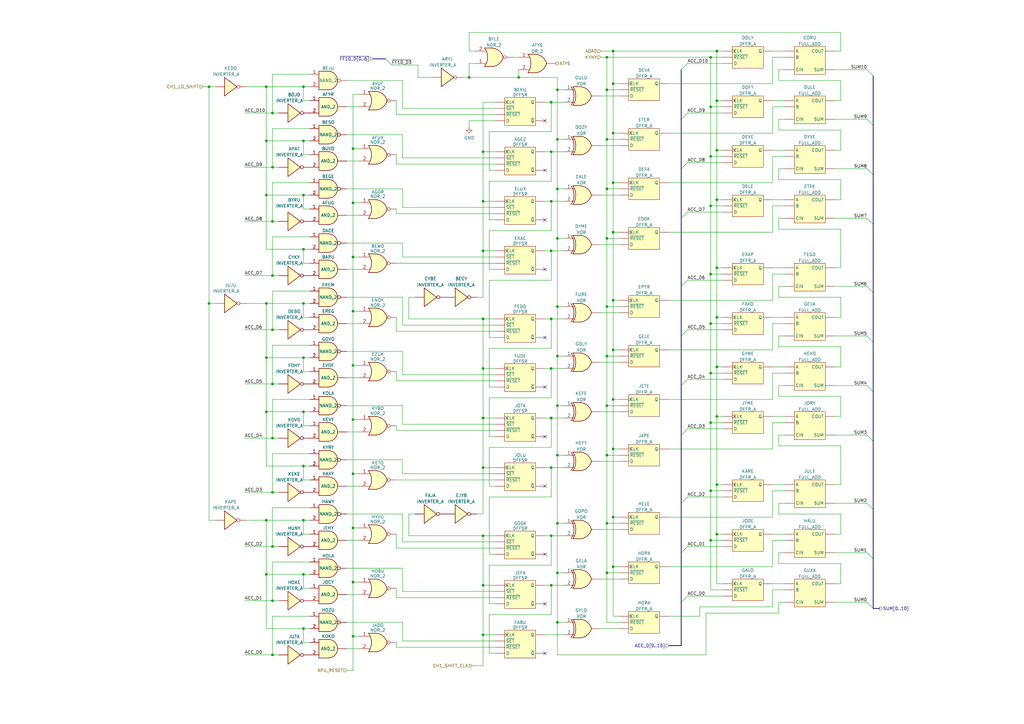
<source format=kicad_sch>
(kicad_sch (version 20211123) (generator eeschema)
  (paper "A3")
  (title_block (title "DMG CPU B") (date "2022-05-02") (rev "0") (company "CC-BY-SA-4.0 Régis Galland & Michael Singer -- Derived work from Furrtek") (comment 1 "https://github.com/msinger/dmg-schematics"))
  (junction (at 228.6 57.15))
  (junction (at 294.005 198.755))
  (junction (at 198.12 62.23))
  (junction (at 291.465 153.035))
  (junction (at 248.92 97.79))
  (junction (at 226.06 219.71))
  (junction (at 198.12 219.71))
  (junction (at 144.78 260.985))
  (junction (at 251.46 232.41))
  (junction (at 291.465 132.715))
  (junction (at 124.46 35.56))
  (junction (at 251.46 74.93))
  (junction (at 294.005 170.815))
  (junction (at 198.12 191.77))
  (junction (at 226.06 240.03))
  (junction (at 228.6 186.69))
  (junction (at 251.46 20.955))
  (junction (at 228.6 77.47))
  (junction (at 144.78 60.96))
  (junction (at 109.22 124.46))
  (junction (at 144.78 127.635))
  (junction (at 144.78 172.085))
  (junction (at 248.92 77.47))
  (junction (at 124.46 146.685))
  (junction (at 124.46 257.81))
  (junction (at 111.76 268.605))
  (junction (at 144.78 83.185))
  (junction (at 124.46 235.585))
  (junction (at 226.06 41.91))
  (junction (at 111.76 90.805))
  (junction (at 248.92 186.69))
  (junction (at 291.465 64.135))
  (junction (at 291.465 221.615))
  (junction (at 192.405 31.75))
  (junction (at 248.92 214.63))
  (junction (at 111.76 157.48))
  (junction (at 198.12 171.45))
  (junction (at 109.22 35.56))
  (junction (at 226.06 171.45))
  (junction (at 124.46 80.01))
  (junction (at 248.92 166.37))
  (junction (at 85.725 35.56))
  (junction (at 248.92 23.495))
  (junction (at 198.12 260.35))
  (junction (at 228.6 214.63))
  (junction (at 124.46 124.46))
  (junction (at 294.005 81.915))
  (junction (at 198.12 151.13))
  (junction (at 294.005 61.595))
  (junction (at 294.005 20.955))
  (junction (at 109.22 235.585))
  (junction (at 248.92 36.83))
  (junction (at 111.76 179.705))
  (junction (at 144.78 216.535))
  (junction (at 291.465 173.355))
  (junction (at 124.46 168.91))
  (junction (at 294.005 130.175))
  (junction (at 251.46 123.19))
  (junction (at 228.6 36.83))
  (junction (at 111.76 113.03))
  (junction (at 251.46 54.61))
  (junction (at 251.46 34.29))
  (junction (at 251.46 163.83))
  (junction (at 291.465 112.395))
  (junction (at 198.12 102.87))
  (junction (at 124.46 191.135))
  (junction (at 226.06 191.77))
  (junction (at 109.22 146.685))
  (junction (at 198.12 240.03))
  (junction (at 212.725 31.75))
  (junction (at 228.6 125.73))
  (junction (at 251.46 212.09))
  (junction (at 251.46 143.51))
  (junction (at 144.78 149.86))
  (junction (at 198.12 82.55))
  (junction (at 291.465 43.815))
  (junction (at 124.46 213.36))
  (junction (at 228.6 97.79))
  (junction (at 109.22 57.785))
  (junction (at 248.92 146.05))
  (junction (at 109.22 213.36))
  (junction (at 111.76 246.38))
  (junction (at 228.6 234.95))
  (junction (at 294.005 219.075))
  (junction (at 228.6 166.37))
  (junction (at 228.6 255.27))
  (junction (at 111.76 68.58))
  (junction (at 251.46 184.15))
  (junction (at 109.22 80.01))
  (junction (at 251.46 95.25))
  (junction (at 248.92 125.73))
  (junction (at 291.465 201.295))
  (junction (at 124.46 102.235))
  (junction (at 111.76 135.255))
  (junction (at 294.005 41.275))
  (junction (at 294.005 109.855))
  (junction (at 144.78 238.76))
  (junction (at 226.06 151.13))
  (junction (at 248.92 57.15))
  (junction (at 111.76 224.155))
  (junction (at 111.76 46.355))
  (junction (at 198.12 130.81))
  (junction (at 291.465 84.455))
  (junction (at 144.78 105.41))
  (junction (at 226.06 102.87))
  (junction (at 226.06 130.81))
  (junction (at 291.465 23.495))
  (junction (at 85.725 124.46))
  (junction (at 144.78 194.31))
  (junction (at 124.46 57.785))
  (junction (at 294.005 150.495))
  (junction (at 111.76 201.93))
  (junction (at 248.92 234.95))
  (junction (at 228.6 146.05))
  (junction (at 226.06 82.55))
  (junction (at 109.22 168.91))
  (junction (at 226.06 62.23))
  (no_connect (at 223.52 49.53))
  (no_connect (at 223.52 227.33))
  (no_connect (at 223.52 199.39))
  (no_connect (at 223.52 90.17))
  (no_connect (at 223.52 69.85))
  (no_connect (at 223.52 179.07))
  (no_connect (at 223.52 158.75))
  (no_connect (at 223.52 110.49))
  (no_connect (at 223.52 138.43))
  (no_connect (at 223.52 247.65))
  (no_connect (at 223.52 267.97))
  (bus_entry (at 281.94 244.475) (size -2.54 2.54))
  (bus_entry (at 355.6 69.215) (size 2.54 2.54))
  (bus_entry (at 355.6 137.795) (size 2.54 2.54))
  (bus_entry (at 355.6 28.575) (size 2.54 2.54))
  (bus_entry (at 355.6 48.895) (size 2.54 2.54))
  (bus_entry (at 158.115 24.13) (size 2.54 2.54))
  (bus_entry (at 355.6 247.015) (size 2.54 2.54))
  (bus_entry (at 281.94 203.835) (size -2.54 2.54))
  (bus_entry (at 281.94 86.995) (size -2.54 2.54))
  (bus_entry (at 281.94 155.575) (size -2.54 2.54))
  (bus_entry (at 355.6 117.475) (size 2.54 2.54))
  (bus_entry (at 355.6 158.115) (size 2.54 2.54))
  (bus_entry (at 281.94 224.155) (size -2.54 2.54))
  (bus_entry (at 355.6 178.435) (size 2.54 2.54))
  (bus_entry (at 281.94 175.895) (size -2.54 2.54))
  (bus_entry (at 355.6 226.695) (size 2.54 2.54))
  (bus_entry (at 281.94 66.675) (size -2.54 2.54))
  (bus_entry (at 281.94 46.355) (size -2.54 2.54))
  (bus_entry (at 281.94 26.035) (size -2.54 2.54))
  (bus_entry (at 355.6 206.375) (size 2.54 2.54))
  (bus_entry (at 355.6 89.535) (size 2.54 2.54))
  (bus_entry (at 281.94 114.935) (size -2.54 2.54))
  (bus_entry (at 281.94 135.255) (size -2.54 2.54))
  (wire (pts (xy 109.22 257.81) (xy 109.22 235.585)))
  (wire (pts (xy 291.465 112.395) (xy 291.465 132.715)))
  (wire (pts (xy 281.94 86.995) (xy 296.545 86.995)))
  (wire (pts (xy 212.725 31.75) (xy 228.6 31.75)))
  (wire (pts (xy 316.865 132.715) (xy 321.945 132.715)))
  (wire (pts (xy 321.945 206.375) (xy 319.405 206.375)))
  (wire (pts (xy 248.92 77.47) (xy 248.92 97.79)))
  (wire (pts (xy 228.6 234.95) (xy 228.6 255.27)))
  (wire (pts (xy 192.405 49.53) (xy 203.2 49.53)))
  (wire (pts (xy 226.06 142.875) (xy 200.66 142.875)))
  (wire (pts (xy 228.6 36.83) (xy 228.6 31.75)))
  (wire (pts (xy 228.6 97.79) (xy 228.6 125.73)))
  (wire (pts (xy 226.06 171.45) (xy 226.06 183.515)))
  (wire (pts (xy 142.24 55.245) (xy 165.1 55.245)))
  (wire (pts (xy 223.52 41.91) (xy 226.06 41.91)))
  (wire (pts (xy 251.46 143.51) (xy 251.46 163.83)))
  (wire (pts (xy 342.265 48.895) (xy 355.6 48.895)))
  (wire (pts (xy 291.465 23.495) (xy 248.92 23.495)))
  (wire (pts (xy 127 263.525) (xy 124.46 263.525)))
  (wire (pts (xy 248.92 214.63) (xy 248.92 234.95)))
  (wire (pts (xy 226.06 191.77) (xy 231.14 191.77)))
  (wire (pts (xy 144.78 172.085) (xy 147.32 172.085)))
  (bus (pts (xy 279.4 48.895) (xy 279.4 69.215)))
  (wire (pts (xy 114.3 157.48) (xy 111.76 157.48)))
  (wire (pts (xy 246.38 100.33) (xy 254 100.33)))
  (wire (pts (xy 109.22 80.01) (xy 109.22 102.235)))
  (wire (pts (xy 198.12 102.87) (xy 203.2 102.87)))
  (wire (pts (xy 100.33 113.03) (xy 111.76 113.03)))
  (wire (pts (xy 203.2 194.31) (xy 165.1 194.31)))
  (bus (pts (xy 279.4 89.535) (xy 279.4 117.475)))
  (wire (pts (xy 109.22 191.135) (xy 124.46 191.135)))
  (wire (pts (xy 319.405 33.02) (xy 319.405 28.575)))
  (wire (pts (xy 124.46 152.4) (xy 124.46 146.685)))
  (wire (pts (xy 228.6 166.37) (xy 228.6 186.69)))
  (wire (pts (xy 192.405 49.53) (xy 192.405 52.07)))
  (wire (pts (xy 248.92 57.15) (xy 248.92 77.47)))
  (wire (pts (xy 100.33 90.805) (xy 111.76 90.805)))
  (wire (pts (xy 251.46 184.15) (xy 251.46 212.09)))
  (wire (pts (xy 127 130.175) (xy 124.46 130.175)))
  (wire (pts (xy 144.78 194.31) (xy 147.32 194.31)))
  (wire (pts (xy 226.06 191.77) (xy 226.06 203.835)))
  (wire (pts (xy 294.005 219.075) (xy 294.005 239.395)))
  (wire (pts (xy 127 119.38) (xy 111.76 119.38)))
  (bus (pts (xy 358.14 71.755) (xy 358.14 92.075)))
  (wire (pts (xy 319.405 247.015) (xy 319.405 251.46)))
  (wire (pts (xy 231.14 77.47) (xy 228.6 77.47)))
  (wire (pts (xy 319.405 48.895) (xy 319.405 53.34)))
  (wire (pts (xy 319.405 73.66) (xy 344.805 73.66)))
  (wire (pts (xy 165.1 144.145) (xy 165.1 153.67)))
  (wire (pts (xy 162.56 263.525) (xy 162.56 265.43)))
  (wire (pts (xy 254 123.19) (xy 251.46 123.19)))
  (wire (pts (xy 294.005 130.175) (xy 296.545 130.175)))
  (wire (pts (xy 316.865 109.855) (xy 321.945 109.855)))
  (wire (pts (xy 167.64 121.92) (xy 170.18 121.92)))
  (wire (pts (xy 144.78 238.76) (xy 147.32 238.76)))
  (wire (pts (xy 198.12 41.91) (xy 203.2 41.91)))
  (wire (pts (xy 226.06 130.81) (xy 231.14 130.81)))
  (wire (pts (xy 162.56 245.11) (xy 203.2 245.11)))
  (wire (pts (xy 203.2 173.99) (xy 165.1 173.99)))
  (wire (pts (xy 316.865 143.51) (xy 316.865 132.715)))
  (wire (pts (xy 142.24 233.045) (xy 165.1 233.045)))
  (wire (pts (xy 316.865 173.355) (xy 321.945 173.355)))
  (wire (pts (xy 198.12 219.71) (xy 198.12 240.03)))
  (wire (pts (xy 165.1 233.045) (xy 165.1 242.57)))
  (wire (pts (xy 342.265 41.275) (xy 344.805 41.275)))
  (wire (pts (xy 223.52 260.35) (xy 231.14 260.35)))
  (wire (pts (xy 200.66 158.75) (xy 203.2 158.75)))
  (wire (pts (xy 144.78 105.41) (xy 144.78 127.635)))
  (wire (pts (xy 344.805 121.92) (xy 344.805 130.175)))
  (wire (pts (xy 109.22 80.01) (xy 124.46 80.01)))
  (wire (pts (xy 342.265 20.955) (xy 344.805 20.955)))
  (wire (pts (xy 291.465 64.135) (xy 291.465 84.455)))
  (wire (pts (xy 144.78 83.185) (xy 144.78 105.41)))
  (wire (pts (xy 254 214.63) (xy 248.92 214.63)))
  (wire (pts (xy 226.06 94.615) (xy 200.66 94.615)))
  (wire (pts (xy 198.12 240.03) (xy 203.2 240.03)))
  (wire (pts (xy 200.66 94.615) (xy 200.66 110.49)))
  (wire (pts (xy 85.725 213.36) (xy 88.265 213.36)))
  (wire (pts (xy 231.14 166.37) (xy 228.6 166.37)))
  (wire (pts (xy 124.46 124.46) (xy 127 124.46)))
  (wire (pts (xy 296.545 43.815) (xy 291.465 43.815)))
  (wire (pts (xy 203.2 153.67) (xy 165.1 153.67)))
  (wire (pts (xy 162.56 152.4) (xy 162.56 156.21)))
  (wire (pts (xy 226.06 62.23) (xy 231.14 62.23)))
  (wire (pts (xy 342.265 150.495) (xy 344.805 150.495)))
  (wire (pts (xy 226.06 171.45) (xy 231.14 171.45)))
  (wire (pts (xy 127 241.3) (xy 124.46 241.3)))
  (wire (pts (xy 109.22 102.235) (xy 124.46 102.235)))
  (wire (pts (xy 294.005 170.815) (xy 296.545 170.815)))
  (wire (pts (xy 198.12 130.81) (xy 203.2 130.81)))
  (wire (pts (xy 200.66 110.49) (xy 203.2 110.49)))
  (wire (pts (xy 165.1 121.92) (xy 165.1 133.35)))
  (wire (pts (xy 226.06 252.095) (xy 200.66 252.095)))
  (wire (pts (xy 127 85.725) (xy 124.46 85.725)))
  (wire (pts (xy 231.14 214.63) (xy 228.6 214.63)))
  (wire (pts (xy 342.265 226.695) (xy 355.6 226.695)))
  (wire (pts (xy 124.46 107.95) (xy 124.46 102.235)))
  (wire (pts (xy 274.32 232.41) (xy 316.865 232.41)))
  (wire (pts (xy 144.78 60.96) (xy 144.78 83.185)))
  (wire (pts (xy 111.76 52.705) (xy 111.76 68.58)))
  (wire (pts (xy 200.66 227.33) (xy 203.2 227.33)))
  (wire (pts (xy 127 186.055) (xy 111.76 186.055)))
  (wire (pts (xy 321.945 158.115) (xy 319.405 158.115)))
  (wire (pts (xy 193.675 273.05) (xy 198.12 273.05)))
  (wire (pts (xy 100.33 268.605) (xy 111.76 268.605)))
  (wire (pts (xy 228.6 36.83) (xy 228.6 57.15)))
  (wire (pts (xy 114.3 68.58) (xy 111.76 68.58)))
  (wire (pts (xy 200.66 203.835) (xy 226.06 203.835)))
  (wire (pts (xy 124.46 257.81) (xy 127 257.81)))
  (wire (pts (xy 319.405 89.535) (xy 319.405 93.98)))
  (wire (pts (xy 319.405 210.82) (xy 344.805 210.82)))
  (wire (pts (xy 226.06 102.87) (xy 231.14 102.87)))
  (wire (pts (xy 127 141.605) (xy 111.76 141.605)))
  (wire (pts (xy 162.56 41.275) (xy 162.56 46.99)))
  (wire (pts (xy 142.24 154.94) (xy 147.32 154.94)))
  (wire (pts (xy 144.78 149.86) (xy 144.78 172.085)))
  (wire (pts (xy 100.33 68.58) (xy 111.76 68.58)))
  (wire (pts (xy 321.945 178.435) (xy 319.405 178.435)))
  (wire (pts (xy 223.52 130.81) (xy 226.06 130.81)))
  (wire (pts (xy 127 152.4) (xy 124.46 152.4)))
  (wire (pts (xy 83.185 35.56) (xy 85.725 35.56)))
  (wire (pts (xy 198.12 130.81) (xy 198.12 151.13)))
  (wire (pts (xy 274.32 95.25) (xy 316.865 95.25)))
  (wire (pts (xy 319.405 33.02) (xy 344.805 33.02)))
  (bus (pts (xy 279.4 137.795) (xy 279.4 158.115)))
  (bus (pts (xy 279.4 264.795) (xy 279.4 247.015)))
  (wire (pts (xy 316.865 123.19) (xy 316.865 112.395)))
  (wire (pts (xy 124.46 146.685) (xy 127 146.685)))
  (wire (pts (xy 246.38 20.955) (xy 251.46 20.955)))
  (wire (pts (xy 316.865 20.955) (xy 321.945 20.955)))
  (wire (pts (xy 296.545 241.935) (xy 291.465 241.935)))
  (wire (pts (xy 296.545 201.295) (xy 291.465 201.295)))
  (wire (pts (xy 127 97.155) (xy 111.76 97.155)))
  (wire (pts (xy 342.265 28.575) (xy 355.6 28.575)))
  (wire (pts (xy 192.405 31.75) (xy 212.725 31.75)))
  (wire (pts (xy 296.545 64.135) (xy 291.465 64.135)))
  (wire (pts (xy 144.78 238.76) (xy 144.78 260.985)))
  (wire (pts (xy 124.46 63.5) (xy 124.46 57.785)))
  (wire (pts (xy 198.12 151.13) (xy 203.2 151.13)))
  (wire (pts (xy 200.66 183.515) (xy 200.66 199.39)))
  (wire (pts (xy 109.22 57.785) (xy 124.46 57.785)))
  (bus (pts (xy 358.14 51.435) (xy 358.14 71.755)))
  (wire (pts (xy 254 128.27) (xy 246.38 128.27)))
  (wire (pts (xy 246.38 23.495) (xy 248.92 23.495)))
  (wire (pts (xy 294.005 170.815) (xy 294.005 198.755)))
  (wire (pts (xy 251.46 34.29) (xy 251.46 54.61)))
  (wire (pts (xy 228.6 186.69) (xy 228.6 214.63)))
  (wire (pts (xy 226.06 130.81) (xy 226.06 142.875)))
  (wire (pts (xy 251.46 74.93) (xy 251.46 95.25)))
  (wire (pts (xy 200.66 114.935) (xy 226.06 114.935)))
  (wire (pts (xy 165.1 144.145) (xy 142.24 144.145)))
  (wire (pts (xy 251.46 34.29) (xy 251.46 20.955)))
  (wire (pts (xy 109.22 146.685) (xy 109.22 168.91)))
  (wire (pts (xy 144.78 216.535) (xy 147.32 216.535)))
  (wire (pts (xy 167.64 121.92) (xy 167.64 130.81)))
  (wire (pts (xy 228.6 214.63) (xy 228.6 234.95)))
  (bus (pts (xy 153.035 24.13) (xy 158.115 24.13)))
  (wire (pts (xy 296.545 153.035) (xy 291.465 153.035)))
  (wire (pts (xy 316.865 130.175) (xy 321.945 130.175)))
  (wire (pts (xy 344.805 182.88) (xy 344.805 198.755)))
  (wire (pts (xy 111.76 97.155) (xy 111.76 113.03)))
  (wire (pts (xy 294.005 239.395) (xy 296.545 239.395)))
  (wire (pts (xy 344.805 53.34) (xy 344.805 61.595)))
  (wire (pts (xy 274.32 252.73) (xy 287.02 252.73)))
  (wire (pts (xy 316.865 184.15) (xy 316.865 173.355)))
  (wire (pts (xy 291.465 201.295) (xy 291.465 221.615)))
  (wire (pts (xy 167.64 219.71) (xy 198.12 219.71)))
  (wire (pts (xy 127 74.93) (xy 111.76 74.93)))
  (bus (pts (xy 358.14 160.655) (xy 358.14 180.975)))
  (wire (pts (xy 100.33 135.255) (xy 111.76 135.255)))
  (wire (pts (xy 162.56 241.3) (xy 162.56 245.11)))
  (wire (pts (xy 171.45 26.67) (xy 171.45 31.75)))
  (wire (pts (xy 203.2 262.89) (xy 165.1 262.89)))
  (wire (pts (xy 144.78 38.735) (xy 144.78 60.96)))
  (wire (pts (xy 127 230.505) (xy 111.76 230.505)))
  (wire (pts (xy 294.005 150.495) (xy 296.545 150.495)))
  (wire (pts (xy 254 217.17) (xy 246.38 217.17)))
  (wire (pts (xy 344.805 93.98) (xy 344.805 109.855)))
  (wire (pts (xy 226.06 151.13) (xy 231.14 151.13)))
  (wire (pts (xy 316.865 232.41) (xy 316.865 221.615)))
  (wire (pts (xy 316.865 241.935) (xy 321.945 241.935)))
  (wire (pts (xy 254 212.09) (xy 251.46 212.09)))
  (wire (pts (xy 142.24 33.02) (xy 165.1 33.02)))
  (wire (pts (xy 319.405 142.24) (xy 344.805 142.24)))
  (wire (pts (xy 226.06 82.55) (xy 231.14 82.55)))
  (wire (pts (xy 223.52 82.55) (xy 226.06 82.55)))
  (wire (pts (xy 142.24 77.47) (xy 165.1 77.47)))
  (wire (pts (xy 316.865 112.395) (xy 321.945 112.395)))
  (wire (pts (xy 144.78 260.985) (xy 147.32 260.985)))
  (wire (pts (xy 254 39.37) (xy 246.38 39.37)))
  (wire (pts (xy 203.2 242.57) (xy 165.1 242.57)))
  (wire (pts (xy 254 146.05) (xy 248.92 146.05)))
  (wire (pts (xy 319.405 231.14) (xy 344.805 231.14)))
  (wire (pts (xy 342.265 89.535) (xy 355.6 89.535)))
  (wire (pts (xy 162.56 176.53) (xy 203.2 176.53)))
  (wire (pts (xy 162.56 265.43) (xy 203.2 265.43)))
  (wire (pts (xy 203.2 224.79) (xy 162.56 224.79)))
  (wire (pts (xy 226.06 219.71) (xy 231.14 219.71)))
  (wire (pts (xy 248.92 36.83) (xy 248.92 57.15)))
  (wire (pts (xy 291.465 23.495) (xy 291.465 43.815)))
  (wire (pts (xy 124.46 57.785) (xy 127 57.785)))
  (wire (pts (xy 212.725 28.575) (xy 212.725 31.75)))
  (wire (pts (xy 203.2 44.45) (xy 165.1 44.45)))
  (wire (pts (xy 294.005 20.955) (xy 296.545 20.955)))
  (wire (pts (xy 251.46 163.83) (xy 251.46 184.15)))
  (wire (pts (xy 319.405 206.375) (xy 319.405 210.82)))
  (wire (pts (xy 226.06 231.775) (xy 200.66 231.775)))
  (wire (pts (xy 248.92 166.37) (xy 248.92 186.69)))
  (wire (pts (xy 124.46 196.85) (xy 124.46 191.135)))
  (wire (pts (xy 198.12 130.81) (xy 167.64 130.81)))
  (wire (pts (xy 124.46 257.81) (xy 109.22 257.81)))
  (wire (pts (xy 124.46 130.175) (xy 124.46 124.46)))
  (wire (pts (xy 165.1 121.92) (xy 142.24 121.92)))
  (wire (pts (xy 109.22 35.56) (xy 109.22 57.785)))
  (wire (pts (xy 344.805 13.335) (xy 192.405 13.335)))
  (wire (pts (xy 223.52 219.71) (xy 226.06 219.71)))
  (wire (pts (xy 165.1 210.82) (xy 165.1 222.25)))
  (wire (pts (xy 165.1 77.47) (xy 165.1 85.09)))
  (bus (pts (xy 279.4 178.435) (xy 279.4 206.375)))
  (wire (pts (xy 144.78 216.535) (xy 144.78 238.76)))
  (wire (pts (xy 100.33 157.48) (xy 111.76 157.48)))
  (wire (pts (xy 316.865 219.075) (xy 321.945 219.075)))
  (wire (pts (xy 274.32 212.09) (xy 316.865 212.09)))
  (wire (pts (xy 203.2 85.09) (xy 165.1 85.09)))
  (wire (pts (xy 88.265 35.56) (xy 85.725 35.56)))
  (wire (pts (xy 223.52 191.77) (xy 226.06 191.77)))
  (wire (pts (xy 200.66 53.975) (xy 200.66 69.85)))
  (wire (pts (xy 162.56 130.175) (xy 162.56 135.89)))
  (wire (pts (xy 195.58 121.92) (xy 198.12 121.92)))
  (wire (pts (xy 226.06 41.91) (xy 231.14 41.91)))
  (wire (pts (xy 319.405 162.56) (xy 344.805 162.56)))
  (wire (pts (xy 142.24 88.265) (xy 147.32 88.265)))
  (wire (pts (xy 251.46 95.25) (xy 251.46 123.19)))
  (wire (pts (xy 226.06 163.195) (xy 200.66 163.195)))
  (wire (pts (xy 231.14 125.73) (xy 228.6 125.73)))
  (wire (pts (xy 109.22 235.585) (xy 124.46 235.585)))
  (wire (pts (xy 100.33 224.155) (xy 111.76 224.155)))
  (wire (pts (xy 294.005 41.275) (xy 296.545 41.275)))
  (wire (pts (xy 142.24 188.595) (xy 165.1 188.595)))
  (wire (pts (xy 316.865 150.495) (xy 321.945 150.495)))
  (wire (pts (xy 162.56 87.63) (xy 203.2 87.63)))
  (wire (pts (xy 124.46 241.3) (xy 124.46 235.585)))
  (bus (pts (xy 279.4 158.115) (xy 279.4 178.435)))
  (wire (pts (xy 162.56 63.5) (xy 162.56 67.31)))
  (wire (pts (xy 200.66 199.39) (xy 203.2 199.39)))
  (wire (pts (xy 342.265 61.595) (xy 344.805 61.595)))
  (wire (pts (xy 296.545 221.615) (xy 291.465 221.615)))
  (wire (pts (xy 200.66 69.85) (xy 203.2 69.85)))
  (wire (pts (xy 316.865 201.295) (xy 316.865 212.09)))
  (wire (pts (xy 344.805 210.82) (xy 344.805 219.075)))
  (wire (pts (xy 114.3 135.255) (xy 111.76 135.255)))
  (wire (pts (xy 192.405 20.955) (xy 192.405 13.335)))
  (wire (pts (xy 127 174.625) (xy 124.46 174.625)))
  (wire (pts (xy 160.655 26.67) (xy 171.45 26.67)))
  (wire (pts (xy 274.32 74.93) (xy 316.865 74.93)))
  (wire (pts (xy 203.2 64.77) (xy 165.1 64.77)))
  (wire (pts (xy 281.94 135.255) (xy 296.545 135.255)))
  (wire (pts (xy 127 252.73) (xy 111.76 252.73)))
  (wire (pts (xy 287.02 252.73) (xy 287.02 248.92)))
  (wire (pts (xy 142.24 199.39) (xy 147.32 199.39)))
  (wire (pts (xy 344.805 20.955) (xy 344.805 13.335)))
  (wire (pts (xy 203.2 196.85) (xy 162.56 196.85)))
  (wire (pts (xy 210.185 23.495) (xy 212.725 23.495)))
  (wire (pts (xy 316.865 221.615) (xy 321.945 221.615)))
  (wire (pts (xy 254 54.61) (xy 251.46 54.61)))
  (wire (pts (xy 254 57.15) (xy 248.92 57.15)))
  (wire (pts (xy 321.945 247.015) (xy 319.405 247.015)))
  (wire (pts (xy 127 107.95) (xy 124.46 107.95)))
  (wire (pts (xy 100.965 124.46) (xy 109.22 124.46)))
  (wire (pts (xy 114.3 90.805) (xy 111.76 90.805)))
  (wire (pts (xy 291.465 221.615) (xy 291.465 241.935)))
  (wire (pts (xy 281.94 155.575) (xy 296.545 155.575)))
  (wire (pts (xy 198.12 62.23) (xy 198.12 82.55)))
  (bus (pts (xy 279.4 117.475) (xy 279.4 137.795)))
  (wire (pts (xy 321.945 226.695) (xy 319.405 226.695)))
  (wire (pts (xy 226.06 102.87) (xy 226.06 114.935)))
  (wire (pts (xy 127 219.075) (xy 124.46 219.075)))
  (wire (pts (xy 111.76 30.48) (xy 111.76 46.355)))
  (wire (pts (xy 144.78 172.085) (xy 144.78 194.31)))
  (wire (pts (xy 228.6 268.605) (xy 289.56 268.605)))
  (wire (pts (xy 228.6 125.73) (xy 228.6 146.05)))
  (wire (pts (xy 223.52 62.23) (xy 226.06 62.23)))
  (wire (pts (xy 281.94 224.155) (xy 296.545 224.155)))
  (wire (pts (xy 109.22 213.36) (xy 109.22 235.585)))
  (wire (pts (xy 114.3 224.155) (xy 111.76 224.155)))
  (wire (pts (xy 198.12 102.87) (xy 198.12 121.92)))
  (wire (pts (xy 100.33 179.705) (xy 111.76 179.705)))
  (wire (pts (xy 316.865 43.815) (xy 321.945 43.815)))
  (wire (pts (xy 291.465 132.715) (xy 291.465 153.035)))
  (wire (pts (xy 246.38 257.81) (xy 254 257.81)))
  (wire (pts (xy 165.1 166.37) (xy 165.1 173.99)))
  (wire (pts (xy 142.24 210.82) (xy 165.1 210.82)))
  (wire (pts (xy 124.46 191.135) (xy 127 191.135)))
  (wire (pts (xy 342.265 137.795) (xy 355.6 137.795)))
  (wire (pts (xy 165.1 99.695) (xy 142.24 99.695)))
  (wire (pts (xy 319.405 137.795) (xy 319.405 142.24)))
  (wire (pts (xy 296.545 173.355) (xy 291.465 173.355)))
  (wire (pts (xy 294.005 81.915) (xy 294.005 109.855)))
  (wire (pts (xy 114.3 113.03) (xy 111.76 113.03)))
  (bus (pts (xy 279.4 206.375) (xy 279.4 226.695)))
  (wire (pts (xy 281.94 46.355) (xy 296.545 46.355)))
  (wire (pts (xy 167.64 210.82) (xy 167.64 219.71)))
  (wire (pts (xy 114.3 179.705) (xy 111.76 179.705)))
  (wire (pts (xy 344.805 231.14) (xy 344.805 239.395)))
  (wire (pts (xy 111.76 186.055) (xy 111.76 201.93)))
  (wire (pts (xy 203.2 107.95) (xy 162.56 107.95)))
  (wire (pts (xy 254 186.69) (xy 248.92 186.69)))
  (wire (pts (xy 124.46 235.585) (xy 127 235.585)))
  (wire (pts (xy 342.265 178.435) (xy 355.6 178.435)))
  (wire (pts (xy 226.06 240.03) (xy 231.14 240.03)))
  (wire (pts (xy 189.865 31.75) (xy 192.405 31.75)))
  (wire (pts (xy 198.12 82.55) (xy 198.12 102.87)))
  (wire (pts (xy 165.1 222.25) (xy 203.2 222.25)))
  (wire (pts (xy 226.06 219.71) (xy 226.06 231.775)))
  (wire (pts (xy 316.865 84.455) (xy 321.945 84.455)))
  (wire (pts (xy 254 34.29) (xy 251.46 34.29)))
  (wire (pts (xy 251.46 123.19) (xy 251.46 143.51)))
  (wire (pts (xy 294.005 109.855) (xy 296.545 109.855)))
  (wire (pts (xy 144.78 194.31) (xy 144.78 216.535)))
  (wire (pts (xy 111.76 141.605) (xy 111.76 157.48)))
  (wire (pts (xy 254 232.41) (xy 251.46 232.41)))
  (wire (pts (xy 198.12 41.91) (xy 198.12 62.23)))
  (wire (pts (xy 147.32 60.96) (xy 144.78 60.96)))
  (wire (pts (xy 254 77.47) (xy 248.92 77.47)))
  (wire (pts (xy 274.32 54.61) (xy 316.865 54.61)))
  (wire (pts (xy 319.405 69.215) (xy 321.945 69.215)))
  (wire (pts (xy 294.005 61.595) (xy 294.005 81.915)))
  (wire (pts (xy 165.1 255.27) (xy 142.24 255.27)))
  (wire (pts (xy 274.32 123.19) (xy 316.865 123.19)))
  (wire (pts (xy 144.78 127.635) (xy 147.32 127.635)))
  (wire (pts (xy 231.14 36.83) (xy 228.6 36.83)))
  (wire (pts (xy 109.22 168.91) (xy 109.22 191.135)))
  (wire (pts (xy 291.465 153.035) (xy 291.465 173.355)))
  (wire (pts (xy 200.66 231.775) (xy 200.66 247.65)))
  (wire (pts (xy 100.965 35.56) (xy 109.22 35.56)))
  (wire (pts (xy 162.56 156.21) (xy 203.2 156.21)))
  (wire (pts (xy 246.38 189.23) (xy 254 189.23)))
  (wire (pts (xy 281.94 203.835) (xy 296.545 203.835)))
  (wire (pts (xy 226.06 41.91) (xy 226.06 53.975)))
  (wire (pts (xy 165.1 188.595) (xy 165.1 194.31)))
  (wire (pts (xy 294.005 61.595) (xy 296.545 61.595)))
  (wire (pts (xy 127 196.85) (xy 124.46 196.85)))
  (wire (pts (xy 100.33 246.38) (xy 111.76 246.38)))
  (wire (pts (xy 319.405 53.34) (xy 344.805 53.34)))
  (wire (pts (xy 223.52 240.03) (xy 226.06 240.03)))
  (wire (pts (xy 114.3 46.355) (xy 111.76 46.355)))
  (wire (pts (xy 294.005 198.755) (xy 294.005 219.075)))
  (wire (pts (xy 316.865 198.755) (xy 321.945 198.755)))
  (wire (pts (xy 114.3 246.38) (xy 111.76 246.38)))
  (wire (pts (xy 294.005 41.275) (xy 294.005 61.595)))
  (wire (pts (xy 251.46 232.41) (xy 251.46 252.73)))
  (wire (pts (xy 254 234.95) (xy 248.92 234.95)))
  (wire (pts (xy 342.265 130.175) (xy 344.805 130.175)))
  (wire (pts (xy 111.76 208.28) (xy 111.76 224.155)))
  (wire (pts (xy 319.405 117.475) (xy 319.405 121.92)))
  (bus (pts (xy 279.4 28.575) (xy 279.4 48.895)))
  (wire (pts (xy 342.265 239.395) (xy 344.805 239.395)))
  (wire (pts (xy 342.265 198.755) (xy 344.805 198.755)))
  (wire (pts (xy 124.46 85.725) (xy 124.46 80.01)))
  (wire (pts (xy 109.22 35.56) (xy 124.46 35.56)))
  (wire (pts (xy 274.32 143.51) (xy 316.865 143.51)))
  (wire (pts (xy 228.6 57.15) (xy 228.6 77.47)))
  (bus (pts (xy 358.14 92.075) (xy 358.14 120.015)))
  (wire (pts (xy 254 97.79) (xy 248.92 97.79)))
  (wire (pts (xy 294.005 219.075) (xy 296.545 219.075)))
  (wire (pts (xy 231.14 234.95) (xy 228.6 234.95)))
  (wire (pts (xy 226.06 82.55) (xy 226.06 94.615)))
  (wire (pts (xy 316.865 239.395) (xy 321.945 239.395)))
  (wire (pts (xy 248.92 186.69) (xy 248.92 214.63)))
  (wire (pts (xy 316.865 241.935) (xy 316.865 248.92)))
  (wire (pts (xy 342.265 247.015) (xy 355.6 247.015)))
  (wire (pts (xy 124.46 213.36) (xy 127 213.36)))
  (wire (pts (xy 111.76 119.38) (xy 111.76 135.255)))
  (wire (pts (xy 194.945 20.955) (xy 192.405 20.955)))
  (wire (pts (xy 226.06 74.295) (xy 200.66 74.295)))
  (wire (pts (xy 254 125.73) (xy 248.92 125.73)))
  (wire (pts (xy 342.265 81.915) (xy 344.805 81.915)))
  (wire (pts (xy 231.14 97.79) (xy 228.6 97.79)))
  (wire (pts (xy 223.52 171.45) (xy 226.06 171.45)))
  (wire (pts (xy 254 255.27) (xy 248.92 255.27)))
  (wire (pts (xy 342.265 170.815) (xy 344.805 170.815)))
  (wire (pts (xy 85.725 35.56) (xy 85.725 124.46)))
  (wire (pts (xy 127 41.275) (xy 124.46 41.275)))
  (wire (pts (xy 198.12 82.55) (xy 203.2 82.55)))
  (wire (pts (xy 200.66 138.43) (xy 200.66 114.935)))
  (wire (pts (xy 231.14 57.15) (xy 228.6 57.15)))
  (wire (pts (xy 223.52 102.87) (xy 226.06 102.87)))
  (bus (pts (xy 279.4 226.695) (xy 279.4 247.015)))
  (bus (pts (xy 358.14 140.335) (xy 358.14 160.655)))
  (wire (pts (xy 319.405 93.98) (xy 344.805 93.98)))
  (bus (pts (xy 274.32 264.795) (xy 279.4 264.795)))
  (wire (pts (xy 162.56 46.99) (xy 203.2 46.99)))
  (wire (pts (xy 200.66 74.295) (xy 200.66 90.17)))
  (wire (pts (xy 165.1 99.695) (xy 165.1 105.41)))
  (wire (pts (xy 111.76 74.93) (xy 111.76 90.805)))
  (wire (pts (xy 281.94 244.475) (xy 296.545 244.475)))
  (wire (pts (xy 251.46 212.09) (xy 251.46 232.41)))
  (wire (pts (xy 171.45 31.75) (xy 177.165 31.75)))
  (wire (pts (xy 316.865 23.495) (xy 321.945 23.495)))
  (wire (pts (xy 200.66 90.17) (xy 203.2 90.17)))
  (wire (pts (xy 127 208.28) (xy 111.76 208.28)))
  (bus (pts (xy 279.4 69.215) (xy 279.4 89.535)))
  (wire (pts (xy 342.265 109.855) (xy 344.805 109.855)))
  (wire (pts (xy 226.06 151.13) (xy 226.06 163.195)))
  (wire (pts (xy 321.945 117.475) (xy 319.405 117.475)))
  (wire (pts (xy 316.865 248.92) (xy 287.02 248.92)))
  (wire (pts (xy 291.465 43.815) (xy 291.465 64.135)))
  (wire (pts (xy 274.32 34.29) (xy 316.865 34.29)))
  (wire (pts (xy 296.545 112.395) (xy 291.465 112.395)))
  (wire (pts (xy 251.46 54.61) (xy 251.46 74.93)))
  (wire (pts (xy 319.405 28.575) (xy 321.945 28.575)))
  (wire (pts (xy 162.56 224.79) (xy 162.56 219.075)))
  (wire (pts (xy 203.2 105.41) (xy 165.1 105.41)))
  (wire (pts (xy 162.56 67.31) (xy 203.2 67.31)))
  (wire (pts (xy 294.005 198.755) (xy 296.545 198.755)))
  (wire (pts (xy 85.725 124.46) (xy 85.725 213.36)))
  (wire (pts (xy 144.78 105.41) (xy 147.32 105.41)))
  (wire (pts (xy 109.22 213.36) (xy 124.46 213.36)))
  (wire (pts (xy 226.06 183.515) (xy 200.66 183.515)))
  (wire (pts (xy 248.92 146.05) (xy 248.92 166.37)))
  (wire (pts (xy 226.06 62.23) (xy 226.06 74.295)))
  (wire (pts (xy 203.2 133.35) (xy 165.1 133.35)))
  (wire (pts (xy 231.14 146.05) (xy 228.6 146.05)))
  (wire (pts (xy 200.66 142.875) (xy 200.66 158.75)))
  (wire (pts (xy 246.38 168.91) (xy 254 168.91)))
  (wire (pts (xy 344.805 33.02) (xy 344.805 41.275)))
  (wire (pts (xy 109.22 124.46) (xy 109.22 146.685)))
  (wire (pts (xy 100.33 201.93) (xy 111.76 201.93)))
  (wire (pts (xy 231.14 255.27) (xy 228.6 255.27)))
  (wire (pts (xy 316.865 163.83) (xy 316.865 153.035)))
  (wire (pts (xy 291.465 173.355) (xy 291.465 201.295)))
  (wire (pts (xy 162.56 174.625) (xy 162.56 176.53)))
  (wire (pts (xy 124.46 35.56) (xy 127 35.56)))
  (wire (pts (xy 124.46 80.01) (xy 127 80.01)))
  (wire (pts (xy 142.24 110.49) (xy 147.32 110.49)))
  (wire (pts (xy 344.805 162.56) (xy 344.805 170.815)))
  (wire (pts (xy 296.545 132.715) (xy 291.465 132.715)))
  (wire (pts (xy 281.94 26.035) (xy 296.545 26.035)))
  (wire (pts (xy 294.005 81.915) (xy 296.545 81.915)))
  (wire (pts (xy 142.24 243.84) (xy 147.32 243.84)))
  (wire (pts (xy 111.76 230.505) (xy 111.76 246.38)))
  (wire (pts (xy 198.12 171.45) (xy 198.12 191.77)))
  (wire (pts (xy 198.12 151.13) (xy 198.12 171.45)))
  (wire (pts (xy 124.46 174.625) (xy 124.46 168.91)))
  (wire (pts (xy 281.94 114.935) (xy 296.545 114.935)))
  (wire (pts (xy 254 252.73) (xy 251.46 252.73)))
  (wire (pts (xy 200.66 163.195) (xy 200.66 179.07)))
  (wire (pts (xy 198.12 240.03) (xy 198.12 260.35)))
  (wire (pts (xy 316.865 81.915) (xy 321.945 81.915)))
  (wire (pts (xy 162.56 85.725) (xy 162.56 87.63)))
  (wire (pts (xy 344.805 73.66) (xy 344.805 81.915)))
  (wire (pts (xy 198.12 191.77) (xy 198.12 210.82)))
  (wire (pts (xy 319.405 89.535) (xy 321.945 89.535)))
  (wire (pts (xy 165.1 33.02) (xy 165.1 44.45)))
  (wire (pts (xy 144.78 274.955) (xy 144.78 260.985)))
  (wire (pts (xy 316.865 153.035) (xy 321.945 153.035)))
  (wire (pts (xy 144.78 127.635) (xy 144.78 149.86)))
  (wire (pts (xy 248.92 234.95) (xy 248.92 255.27)))
  (wire (pts (xy 109.22 124.46) (xy 124.46 124.46)))
  (bus (pts (xy 358.14 120.015) (xy 358.14 140.335)))
  (wire (pts (xy 203.2 138.43) (xy 200.66 138.43)))
  (wire (pts (xy 142.24 66.04) (xy 147.32 66.04)))
  (wire (pts (xy 228.6 255.27) (xy 228.6 268.605)))
  (wire (pts (xy 319.405 158.115) (xy 319.405 162.56)))
  (wire (pts (xy 226.06 53.975) (xy 200.66 53.975)))
  (wire (pts (xy 316.865 201.295) (xy 321.945 201.295)))
  (wire (pts (xy 289.56 251.46) (xy 319.405 251.46)))
  (wire (pts (xy 281.94 175.895) (xy 296.545 175.895)))
  (wire (pts (xy 200.66 227.33) (xy 200.66 203.835)))
  (wire (pts (xy 316.865 64.135) (xy 321.945 64.135)))
  (wire (pts (xy 294.005 150.495) (xy 294.005 170.815)))
  (wire (pts (xy 344.805 142.24) (xy 344.805 150.495)))
  (wire (pts (xy 319.405 226.695) (xy 319.405 231.14)))
  (wire (pts (xy 316.865 74.93) (xy 316.865 64.135)))
  (wire (pts (xy 281.94 66.675) (xy 296.545 66.675)))
  (wire (pts (xy 248.92 36.83) (xy 248.92 23.495)))
  (wire (pts (xy 254 59.69) (xy 246.38 59.69)))
  (bus (pts (xy 358.14 249.555) (xy 360.68 249.555)))
  (wire (pts (xy 200.66 252.095) (xy 200.66 267.97)))
  (wire (pts (xy 316.865 54.61) (xy 316.865 43.815)))
  (wire (pts (xy 195.58 210.82) (xy 198.12 210.82)))
  (wire (pts (xy 228.6 77.47) (xy 228.6 97.79)))
  (wire (pts (xy 319.405 121.92) (xy 344.805 121.92)))
  (wire (pts (xy 316.865 41.275) (xy 321.945 41.275)))
  (wire (pts (xy 342.265 219.075) (xy 344.805 219.075)))
  (wire (pts (xy 124.46 168.91) (xy 127 168.91)))
  (wire (pts (xy 109.22 57.785) (xy 109.22 80.01)))
  (wire (pts (xy 254 237.49) (xy 246.38 237.49)))
  (wire (pts (xy 127 52.705) (xy 111.76 52.705)))
  (wire (pts (xy 162.56 135.89) (xy 203.2 135.89)))
  (wire (pts (xy 294.005 109.855) (xy 294.005 130.175)))
  (wire (pts (xy 142.24 266.065) (xy 147.32 266.065)))
  (wire (pts (xy 254 95.25) (xy 251.46 95.25)))
  (wire (pts (xy 142.24 177.165) (xy 147.32 177.165)))
  (wire (pts (xy 254 163.83) (xy 251.46 163.83)))
  (wire (pts (xy 192.405 26.035) (xy 194.945 26.035)))
  (wire (pts (xy 228.6 146.05) (xy 228.6 166.37)))
  (wire (pts (xy 144.78 38.735) (xy 147.32 38.735)))
  (wire (pts (xy 248.92 125.73) (xy 248.92 146.05)))
  (wire (pts (xy 200.66 267.97) (xy 203.2 267.97)))
  (wire (pts (xy 100.965 213.36) (xy 109.22 213.36)))
  (wire (pts (xy 342.265 158.115) (xy 355.6 158.115)))
  (wire (pts (xy 167.64 210.82) (xy 170.18 210.82)))
  (bus (pts (xy 358.14 31.115) (xy 358.14 51.435)))
  (wire (pts (xy 198.12 260.35) (xy 203.2 260.35)))
  (wire (pts (xy 316.865 95.25) (xy 316.865 84.455)))
  (wire (pts (xy 144.78 83.185) (xy 147.32 83.185)))
  (wire (pts (xy 144.78 149.86) (xy 147.32 149.86)))
  (wire (pts (xy 223.52 151.13) (xy 226.06 151.13)))
  (wire (pts (xy 127 30.48) (xy 111.76 30.48)))
  (wire (pts (xy 127 163.83) (xy 111.76 163.83)))
  (wire (pts (xy 198.12 62.23) (xy 203.2 62.23)))
  (wire (pts (xy 165.1 255.27) (xy 165.1 262.89)))
  (wire (pts (xy 254 166.37) (xy 248.92 166.37)))
  (wire (pts (xy 85.725 124.46) (xy 88.265 124.46)))
  (wire (pts (xy 226.06 240.03) (xy 226.06 252.095)))
  (wire (pts (xy 254 74.93) (xy 251.46 74.93)))
  (wire (pts (xy 291.465 84.455) (xy 291.465 112.395)))
  (wire (pts (xy 124.46 35.56) (xy 124.46 41.275)))
  (wire (pts (xy 109.22 146.685) (xy 124.46 146.685)))
  (wire (pts (xy 142.24 132.715) (xy 147.32 132.715)))
  (wire (pts (xy 321.945 137.795) (xy 319.405 137.795)))
  (wire (pts (xy 142.24 43.815) (xy 147.32 43.815)))
  (wire (pts (xy 254 143.51) (xy 251.46 143.51)))
  (wire (pts (xy 296.545 84.455) (xy 291.465 84.455)))
  (wire (pts (xy 254 148.59) (xy 246.38 148.59)))
  (wire (pts (xy 100.33 46.355) (xy 111.76 46.355)))
  (wire (pts (xy 342.265 206.375) (xy 355.6 206.375)))
  (wire (pts (xy 319.405 182.88) (xy 344.805 182.88)))
  (wire (pts (xy 127 63.5) (xy 124.46 63.5)))
  (wire (pts (xy 124.46 263.525) (xy 124.46 257.81)))
  (wire (pts (xy 296.545 23.495) (xy 291.465 23.495)))
  (wire (pts (xy 192.405 26.035) (xy 192.405 31.75)))
  (wire (pts (xy 294.005 130.175) (xy 294.005 150.495)))
  (wire (pts (xy 111.76 163.83) (xy 111.76 179.705)))
  (wire (pts (xy 274.32 163.83) (xy 316.865 163.83)))
  (wire (pts (xy 200.66 247.65) (xy 203.2 247.65)))
  (wire (pts (xy 342.265 69.215) (xy 355.6 69.215)))
  (wire (pts (xy 114.3 268.605) (xy 111.76 268.605)))
  (wire (pts (xy 165.1 166.37) (xy 142.24 166.37)))
  (wire (pts (xy 109.22 168.91) (xy 124.46 168.91)))
  (wire (pts (xy 198.12 219.71) (xy 203.2 219.71)))
  (wire (pts (xy 316.865 34.29) (xy 316.865 23.495)))
  (bus (pts (xy 358.14 229.235) (xy 358.14 249.555)))
  (wire (pts (xy 198.12 191.77) (xy 203.2 191.77)))
  (wire (pts (xy 142.24 221.615) (xy 147.32 221.615)))
  (wire (pts (xy 316.865 61.595) (xy 321.945 61.595)))
  (wire (pts (xy 248.92 97.79) (xy 248.92 125.73)))
  (bus (pts (xy 358.14 180.975) (xy 358.14 208.915)))
  (wire (pts (xy 254 36.83) (xy 248.92 36.83)))
  (wire (pts (xy 124.46 219.075) (xy 124.46 213.36)))
  (wire (pts (xy 114.3 201.93) (xy 111.76 201.93)))
  (wire (pts (xy 165.1 55.245) (xy 165.1 64.77)))
  (wire (pts (xy 200.66 179.07) (xy 203.2 179.07)))
  (wire (pts (xy 316.865 170.815) (xy 321.945 170.815)))
  (wire (pts (xy 198.12 260.35) (xy 198.12 273.05)))
  (wire (pts (xy 251.46 20.955) (xy 294.005 20.955)))
  (wire (pts (xy 342.265 117.475) (xy 355.6 117.475)))
  (wire (pts (xy 231.14 186.69) (xy 228.6 186.69)))
  (wire (pts (xy 321.945 48.895) (xy 319.405 48.895)))
  (wire (pts (xy 124.46 102.235) (xy 127 102.235)))
  (wire (pts (xy 198.12 171.45) (xy 203.2 171.45)))
  (wire (pts (xy 111.76 252.73) (xy 111.76 268.605)))
  (wire (pts (xy 246.38 80.01) (xy 254 80.01)))
  (wire (pts (xy 294.005 20.955) (xy 294.005 41.275)))
  (wire (pts (xy 274.32 184.15) (xy 316.865 184.15)))
  (bus (pts (xy 358.14 208.915) (xy 358.14 229.235)))
  (wire (pts (xy 289.56 268.605) (xy 289.56 251.46)))
  (wire (pts (xy 142.24 274.955) (xy 144.78 274.955)))
  (wire (pts (xy 254 184.15) (xy 251.46 184.15)))
  (wire (pts (xy 319.405 178.435) (xy 319.405 182.88)))
  (wire (pts (xy 319.405 69.215) (xy 319.405 73.66)))
  (label "SUM1" (at 355.6 226.695 180))
  (label "ACC_D2" (at 281.94 203.835 0))
  (label "ACC_D10" (at 281.94 26.035 0))
  (label "ACC_D5" (at 100.33 157.48 0))
  (label "ACC_D7" (at 281.94 86.995 0))
  (label "ACC_D8" (at 281.94 66.675 0))
  (label "ACC_D8" (at 100.33 90.805 0))
  (label "SUM7" (at 355.6 89.535 180))
  (label "ACC_D4" (at 281.94 155.575 0))
  (label "ACC_D9" (at 281.94 46.355 0))
  (label "ACC_D0" (at 281.94 244.475 0))
  (label "SUM0" (at 355.6 247.015 180))
  (label "ACC_D6" (at 281.94 114.935 0))
  (label "ACC_D7" (at 100.33 113.03 0))
  (label "ACC_D6" (at 100.33 135.255 0))
  (label "SUM5" (at 355.6 137.795 180))
  (label "SUM4" (at 355.6 158.115 180))
  (label "ACC_D3" (at 281.94 175.895 0))
  (label "SUM8" (at 355.6 69.215 180))
  (label "SUM9" (at 355.6 48.895 180))
  (label "~{FF10_D3}" (at 160.655 26.67 0))
  (label "ACC_D1" (at 281.94 224.155 0))
  (label "SUM6" (at 355.6 117.475 180))
  (label "ACC_D1" (at 100.33 246.38 0))
  (label "ACC_D9" (at 100.33 68.58 0))
  (label "ACC_D0" (at 100.33 268.605 0))
  (label "SUM10" (at 355.6 28.575 180))
  (label "ACC_D3" (at 100.33 201.93 0))
  (label "SUM3" (at 355.6 178.435 180))
  (label "ACC_D4" (at 100.33 179.705 0))
  (label "ACC_D10" (at 100.33 46.355 0))
  (label "SUM2" (at 355.6 206.375 180))
  (label "ACC_D2" (at 100.33 224.155 0))
  (label "ACC_D5" (at 281.94 135.255 0))
  (hierarchical_label "CH1_LD_SHIFT" (shape input) (at 83.185 35.56 180))
  (hierarchical_label "SUM[0..10]" (shape output) (at 360.68 249.555 0))
  (hierarchical_label "ADAD" (shape input) (at 246.38 20.955 180))
  (hierarchical_label "ACC_D[0..10]" (shape input) (at 274.32 264.795 180))
  (hierarchical_label "~{FF10_D[0..6]}" (shape input) (at 153.035 24.13 180))
  (hierarchical_label "APU_RESET" (shape input) (at 142.24 274.955 180))
  (hierarchical_label "ATYS" (shape output) (at 227.965 26.035 0))
  (hierarchical_label "KYNY" (shape input) (at 246.38 23.495 180))
  (hierarchical_label "CH1_SHIFT_CLK" (shape input) (at 193.675 273.05 180))
  (symbol (lib_id "DMG_CPU_Cells:INVERTER_A") (at 176.53 210.82 0) (unit 1)
    (property "Reference" "FAJA" (at 176.53 203.2 0))
    (property "Value" "INVERTER_A" (at 176.53 205.74 0))
    (property "Datasheet" "http://iceboy.a-singer.de/doc/dmg_cells.html#inv_a" (effects hide))
  )
  (symbol (lib_id "DMG_CPU_Cells:DFFSR") (at 213.36 223.52 0) (unit 1)
    (property "Reference" "GOGA" (at 213.36 214.63 0))
    (property "Value" "DFFSR" (at 213.36 216.7691 0))
    (property "Datasheet" "http://iceboy.a-singer.de/doc/dmg_cells.html#dffsr" (effects hide))
  )
  (symbol (lib_id "DMG_CPU_Cells:DFFR_A") (at 306.705 221.615 0) (unit 1)
    (property "Reference" "JODE" (at 306.705 213.5972 0))
    (property "Value" "DFFR_A" (at 306.705 216.1341 0))
    (property "Datasheet" "http://iceboy.a-singer.de/doc/dmg_cells.html#dffr_a" (effects hide))
  )
  (symbol (lib_name "FULL_ADD_5") (lib_id "DMG_CPU_Cells:FULL_ADD") (at 332.105 133.985 0) (unit 1)
    (property "Reference" "GEVA" (at 332.105 124.6972 0))
    (property "Value" "FULL_ADD" (at 332.105 127.2341 0))
    (property "Datasheet" "http://iceboy.a-singer.de/doc/dmg_cells.html#full_add" (effects hide))
  )
  (symbol (lib_id "DMG_CPU_Cells:XOR") (at 238.76 39.37 0) (unit 1)
    (property "Reference" "CULU" (at 238.3915 31.8602 0))
    (property "Value" "XOR" (at 238.3915 34.3971 0))
    (property "Datasheet" "http://iceboy.a-singer.de/doc/dmg_cells.html#xor" (effects hide))
  )
  (symbol (lib_id "DMG_CPU_Cells:NOR_2") (at 154.94 152.4 0) (unit 1)
    (property "Reference" "EZUK" (at 154.9398 145.3079 0))
    (property "Value" "NOR_2" (at 154.94 147.32 0))
    (property "Datasheet" "http://iceboy.a-singer.de/doc/dmg_cells.html#nor2" (effects hide))
  )
  (symbol (lib_name "FULL_ADD_10") (lib_id "DMG_CPU_Cells:FULL_ADD") (at 332.105 45.085 0) (unit 1)
    (property "Reference" "DULE" (at 332.105 35.7972 0))
    (property "Value" "FULL_ADD" (at 332.105 38.3341 0))
    (property "Datasheet" "http://iceboy.a-singer.de/doc/dmg_cells.html#full_add" (effects hide))
  )
  (symbol (lib_id "DMG_CPU_Cells:XOR") (at 238.76 128.27 0) (unit 1)
    (property "Reference" "FURE" (at 238.3915 120.7602 0))
    (property "Value" "XOR" (at 238.3915 123.2971 0))
    (property "Datasheet" "http://iceboy.a-singer.de/doc/dmg_cells.html#xor" (effects hide))
  )
  (symbol (lib_id "DMG_CPU_Cells:AND_2") (at 134.62 266.065 0) (unit 1)
    (property "Reference" "KOKO" (at 134.62 260.985 0))
    (property "Value" "AND_2" (at 134.62 266.065 0))
    (property "Datasheet" "http://iceboy.a-singer.de/doc/dmg_cells.html#and2" (effects hide))
  )
  (symbol (lib_name "FULL_ADD_7") (lib_id "DMG_CPU_Cells:FULL_ADD") (at 332.105 24.765 0) (unit 1)
    (property "Reference" "CORU" (at 332.105 15.4772 0))
    (property "Value" "FULL_ADD" (at 332.105 18.0141 0))
    (property "Datasheet" "http://iceboy.a-singer.de/doc/dmg_cells.html#full_add" (effects hide))
  )
  (symbol (lib_id "power:GND") (at 192.405 52.07 0) (unit 1)
    (property "Reference" "#PWR0108" (effects hide))
    (property "Value" "GND" (at 192.405 56.5134 0))
  )
  (symbol (lib_id "DMG_CPU_Cells:NOR_2") (at 202.565 23.495 0) (mirror x) (unit 1)
    (property "Reference" "BYLE" (at 202.5648 15.9852 0))
    (property "Value" "NOR_2" (at 202.5648 18.5221 0))
    (property "Datasheet" "http://iceboy.a-singer.de/doc/dmg_cells.html#nor2" (effects hide))
  )
  (symbol (lib_id "DMG_CPU_Cells:AND_2") (at 134.62 66.04 0) (unit 1)
    (property "Reference" "BUVO" (at 134.62 60.96 0))
    (property "Value" "AND_2" (at 134.62 66.04 0))
    (property "Datasheet" "http://iceboy.a-singer.de/doc/dmg_cells.html#and2" (effects hide))
  )
  (symbol (lib_id "DMG_CPU_Cells:DFFR_A") (at 264.16 36.83 0) (unit 1)
    (property "Reference" "DEVA" (at 264.16 28.8122 0))
    (property "Value" "DFFR_A" (at 264.16 31.3491 0))
    (property "Datasheet" "http://iceboy.a-singer.de/doc/dmg_cells.html#dffr_a" (effects hide))
  )
  (symbol (lib_id "DMG_CPU_Cells:AND_2") (at 134.62 110.49 0) (unit 1)
    (property "Reference" "BAPU" (at 134.62 105.41 0))
    (property "Value" "AND_2" (at 134.62 110.49 0))
    (property "Datasheet" "http://iceboy.a-singer.de/doc/dmg_cells.html#and2" (effects hide))
  )
  (symbol (lib_id "DMG_CPU_Cells:NAND_2") (at 134.62 99.695 0) (unit 1)
    (property "Reference" "DACE" (at 134.62 94.615 0))
    (property "Value" "NAND_2" (at 134.62 99.695 0))
    (property "Datasheet" "http://iceboy.a-singer.de/doc/dmg_cells.html#nand2" (effects hide))
  )
  (symbol (lib_id "DMG_CPU_Cells:INVERTER_A") (at 120.65 90.805 0) (unit 1)
    (property "Reference" "BYRU" (at 120.65 82.0252 0))
    (property "Value" "INVERTER_A" (at 118.745 84.455 0))
    (property "Datasheet" "http://iceboy.a-singer.de/doc/dmg_cells.html#inv_a" (effects hide))
  )
  (symbol (lib_id "DMG_CPU_Cells:DFFR_A") (at 264.16 57.15 0) (unit 1)
    (property "Reference" "ETER" (at 264.16 49.1322 0))
    (property "Value" "DFFR_A" (at 264.16 51.6691 0))
    (property "Datasheet" "http://iceboy.a-singer.de/doc/dmg_cells.html#dffr_a" (effects hide))
  )
  (symbol (lib_id "DMG_CPU_Cells:DFFSR") (at 213.36 264.16 0) (unit 1)
    (property "Reference" "FABU" (at 213.36 255.27 0))
    (property "Value" "DFFSR" (at 213.36 257.4091 0))
    (property "Datasheet" "http://iceboy.a-singer.de/doc/dmg_cells.html#dffsr" (effects hide))
  )
  (symbol (lib_id "DMG_CPU_Cells:XOR") (at 238.76 257.81 0) (unit 1)
    (property "Reference" "GYLO" (at 238.3915 250.3002 0))
    (property "Value" "XOR" (at 238.3915 252.8371 0))
    (property "Datasheet" "http://iceboy.a-singer.de/doc/dmg_cells.html#xor" (effects hide))
  )
  (symbol (lib_id "DMG_CPU_Cells:DFFR_A") (at 306.705 43.815 0) (unit 1)
    (property "Reference" "DOFY" (at 306.705 35.7972 0))
    (property "Value" "DFFR_A" (at 306.705 38.3341 0))
    (property "Datasheet" "http://iceboy.a-singer.de/doc/dmg_cells.html#dffr_a" (effects hide))
  )
  (symbol (lib_id "DMG_CPU_Cells:INVERTER_A") (at 120.65 201.93 0) (unit 1)
    (property "Reference" "KEKE" (at 120.65 194.4202 0))
    (property "Value" "INVERTER_A" (at 118.745 196.85 0))
    (property "Datasheet" "http://iceboy.a-singer.de/doc/dmg_cells.html#inv_a" (effects hide))
  )
  (symbol (lib_id "DMG_CPU_Cells:DFFSR") (at 213.36 45.72 0) (unit 1)
    (property "Reference" "BEKU" (at 213.36 36.83 0))
    (property "Value" "DFFSR" (at 213.36 38.9691 0))
    (property "Datasheet" "http://iceboy.a-singer.de/doc/dmg_cells.html#dffsr" (effects hide))
  )
  (symbol (lib_id "DMG_CPU_Cells:DFFR_A") (at 306.705 112.395 0) (unit 1)
    (property "Reference" "EXAP" (at 306.705 104.3772 0))
    (property "Value" "DFFR_A" (at 306.705 106.9141 0))
    (property "Datasheet" "http://iceboy.a-singer.de/doc/dmg_cells.html#dffr_a" (effects hide))
  )
  (symbol (lib_name "FULL_ADD_8") (lib_id "DMG_CPU_Cells:FULL_ADD") (at 332.105 113.665 0) (unit 1)
    (property "Reference" "FEGO" (at 332.105 104.3772 0))
    (property "Value" "FULL_ADD" (at 332.105 106.9141 0))
    (property "Datasheet" "http://iceboy.a-singer.de/doc/dmg_cells.html#full_add" (effects hide))
  )
  (symbol (lib_id "DMG_CPU_Cells:DFFSR") (at 213.36 134.62 0) (unit 1)
    (property "Reference" "FEDO" (at 213.36 125.73 0))
    (property "Value" "DFFSR" (at 213.36 127.8691 0))
    (property "Datasheet" "http://iceboy.a-singer.de/doc/dmg_cells.html#dffsr" (effects hide))
  )
  (symbol (lib_id "DMG_CPU_Cells:FULL_ADD") (at 332.105 65.405 0) (unit 1)
    (property "Reference" "DYXE" (at 332.105 56.1172 0))
    (property "Value" "FULL_ADD" (at 332.105 58.6541 0))
    (property "Datasheet" "http://iceboy.a-singer.de/doc/dmg_cells.html#full_add" (effects hide))
  )
  (symbol (lib_name "FULL_ADD_1") (lib_id "DMG_CPU_Cells:FULL_ADD") (at 332.105 202.565 0) (unit 1)
    (property "Reference" "JULE" (at 332.105 193.2772 0))
    (property "Value" "FULL_ADD" (at 332.105 195.8141 0))
    (property "Datasheet" "http://iceboy.a-singer.de/doc/dmg_cells.html#full_add" (effects hide))
  )
  (symbol (lib_id "DMG_CPU_Cells:NOR_2") (at 154.94 41.275 0) (unit 1)
    (property "Reference" "AVUF" (at 154.94 34.29 0))
    (property "Value" "NOR_2" (at 154.94 36.195 0))
    (property "Datasheet" "http://iceboy.a-singer.de/doc/dmg_cells.html#nor2" (effects hide))
  )
  (symbol (lib_id "DMG_CPU_Cells:DFFR_A") (at 306.705 173.355 0) (unit 1)
    (property "Reference" "JYME" (at 306.705 165.3372 0))
    (property "Value" "DFFR_A" (at 306.705 167.8741 0))
    (property "Datasheet" "http://iceboy.a-singer.de/doc/dmg_cells.html#dffr_a" (effects hide))
  )
  (symbol (lib_id "DMG_CPU_Cells:DFFSR") (at 213.36 106.68 0) (unit 1)
    (property "Reference" "EXAC" (at 213.36 97.79 0))
    (property "Value" "DFFSR" (at 213.36 99.9291 0))
    (property "Datasheet" "http://iceboy.a-singer.de/doc/dmg_cells.html#dffsr" (effects hide))
  )
  (symbol (lib_id "DMG_CPU_Cells:NOR_2") (at 154.94 130.175 0) (unit 1)
    (property "Reference" "ENOK" (at 154.9398 123.0829 0))
    (property "Value" "NOR_2" (at 154.9402 125.2021 0))
    (property "Datasheet" "http://iceboy.a-singer.de/doc/dmg_cells.html#nor2" (effects hide))
  )
  (symbol (lib_id "DMG_CPU_Cells:AND_2") (at 134.62 132.715 0) (unit 1)
    (property "Reference" "EREG" (at 134.62 127.635 0))
    (property "Value" "AND_2" (at 134.62 132.715 0))
    (property "Datasheet" "http://iceboy.a-singer.de/doc/dmg_cells.html#and2" (effects hide))
  )
  (symbol (lib_id "DMG_CPU_Cells:NAND_2") (at 134.62 121.92 0) (unit 1)
    (property "Reference" "EKEM" (at 134.62 116.84 0))
    (property "Value" "NAND_2" (at 134.62 121.92 0))
    (property "Datasheet" "http://iceboy.a-singer.de/doc/dmg_cells.html#nand2" (effects hide))
  )
  (symbol (lib_id "DMG_CPU_Cells:XOR") (at 238.76 217.17 0) (unit 1)
    (property "Reference" "GOPO" (at 238.3915 209.6602 0))
    (property "Value" "XOR" (at 238.3915 212.1971 0))
    (property "Datasheet" "http://iceboy.a-singer.de/doc/dmg_cells.html#xor" (effects hide))
  )
  (symbol (lib_id "DMG_CPU_Cells:INVERTER_A") (at 94.615 35.56 0) (unit 1)
    (property "Reference" "KEDO" (at 94.615 28.0502 0))
    (property "Value" "INVERTER_A" (at 92.71 30.48 0))
    (property "Datasheet" "http://iceboy.a-singer.de/doc/dmg_cells.html#inv_a" (effects hide))
  )
  (symbol (lib_id "DMG_CPU_Cells:NOR_2") (at 154.94 196.85 0) (unit 1)
    (property "Reference" "KETO" (at 154.94 189.865 0))
    (property "Value" "NOR_2" (at 154.94 191.77 0))
    (property "Datasheet" "http://iceboy.a-singer.de/doc/dmg_cells.html#nor2" (effects hide))
  )
  (symbol (lib_name "FULL_ADD_6") (lib_id "DMG_CPU_Cells:FULL_ADD") (at 332.105 174.625 0) (unit 1)
    (property "Reference" "JORY" (at 332.105 165.3372 0))
    (property "Value" "FULL_ADD" (at 332.105 167.8741 0))
    (property "Datasheet" "http://iceboy.a-singer.de/doc/dmg_cells.html#full_add" (effects hide))
  )
  (symbol (lib_id "DMG_CPU_Cells:INVERTER_A") (at 120.65 113.03 0) (unit 1)
    (property "Reference" "CYKY" (at 120.65 105.5202 0))
    (property "Value" "INVERTER_A" (at 118.745 107.95 0))
    (property "Datasheet" "http://iceboy.a-singer.de/doc/dmg_cells.html#inv_a" (effects hide))
  )
  (symbol (lib_id "DMG_CPU_Cells:INVERTER_A") (at 120.65 179.705 0) (unit 1)
    (property "Reference" "KOVO" (at 120.65 172.1952 0))
    (property "Value" "INVERTER_A" (at 118.745 174.625 0))
    (property "Datasheet" "http://iceboy.a-singer.de/doc/dmg_cells.html#inv_a" (effects hide))
  )
  (symbol (lib_id "DMG_CPU_Cells:DFFSR") (at 213.36 66.04 0) (unit 1)
    (property "Reference" "AGEZ" (at 213.36 57.15 0))
    (property "Value" "DFFSR" (at 213.36 59.2891 0))
    (property "Datasheet" "http://iceboy.a-singer.de/doc/dmg_cells.html#dffsr" (effects hide))
  )
  (symbol (lib_id "DMG_CPU_Cells:NAND_2") (at 134.62 188.595 0) (unit 1)
    (property "Reference" "KYRY" (at 134.62 183.515 0))
    (property "Value" "NAND_2" (at 134.62 188.595 0))
    (property "Datasheet" "http://iceboy.a-singer.de/doc/dmg_cells.html#nand2" (effects hide))
  )
  (symbol (lib_id "DMG_CPU_Cells:DFFR_A") (at 306.705 241.935 0) (unit 1)
    (property "Reference" "GALO" (at 306.705 233.9172 0))
    (property "Value" "DFFR_A" (at 306.705 236.4541 0))
    (property "Datasheet" "http://iceboy.a-singer.de/doc/dmg_cells.html#dffr_a" (effects hide))
  )
  (symbol (lib_id "DMG_CPU_Cells:DFFR_A") (at 264.16 186.69 0) (unit 1)
    (property "Reference" "JAPE" (at 264.16 178.6722 0))
    (property "Value" "DFFR_A" (at 264.16 181.2091 0))
    (property "Datasheet" "http://iceboy.a-singer.de/doc/dmg_cells.html#dffr_a" (effects hide))
  )
  (symbol (lib_id "DMG_CPU_Cells:NAND_2") (at 134.62 233.045 0) (unit 1)
    (property "Reference" "HOLA" (at 134.62 227.965 0))
    (property "Value" "NAND_2" (at 134.62 233.045 0))
    (property "Datasheet" "http://iceboy.a-singer.de/doc/dmg_cells.html#nand2" (effects hide))
  )
  (symbol (lib_name "FULL_ADD_2") (lib_id "DMG_CPU_Cells:FULL_ADD") (at 332.105 222.885 0) (unit 1)
    (property "Reference" "HALU" (at 332.105 213.5972 0))
    (property "Value" "FULL_ADD" (at 332.105 216.1341 0))
    (property "Datasheet" "http://iceboy.a-singer.de/doc/dmg_cells.html#full_add" (effects hide))
  )
  (symbol (lib_id "DMG_CPU_Cells:NAND_2") (at 134.62 255.27 0) (unit 1)
    (property "Reference" "HOZU" (at 134.62 250.19 0))
    (property "Value" "NAND_2" (at 134.62 255.27 0))
    (property "Datasheet" "http://iceboy.a-singer.de/doc/dmg_cells.html#nand2" (effects hide))
  )
  (symbol (lib_id "DMG_CPU_Cells:DFFSR") (at 213.36 175.26 0) (unit 1)
    (property "Reference" "JOTA" (at 213.36 166.37 0))
    (property "Value" "DFFSR" (at 213.36 168.5091 0))
    (property "Datasheet" "http://iceboy.a-singer.de/doc/dmg_cells.html#dffsr" (effects hide))
  )
  (symbol (lib_id "DMG_CPU_Cells:DFFSR") (at 213.36 154.94 0) (unit 1)
    (property "Reference" "FUDE" (at 213.36 146.05 0))
    (property "Value" "DFFSR" (at 213.36 148.1891 0))
    (property "Datasheet" "http://iceboy.a-singer.de/doc/dmg_cells.html#dffsr" (effects hide))
  )
  (symbol (lib_id "DMG_CPU_Cells:NOR_2") (at 154.94 241.3 0) (unit 1)
    (property "Reference" "HOBU" (at 154.9398 234.2079 0))
    (property "Value" "NOR_2" (at 154.94 236.22 0))
    (property "Datasheet" "http://iceboy.a-singer.de/doc/dmg_cells.html#nor2" (effects hide))
  )
  (symbol (lib_id "DMG_CPU_Cells:DFFR_A") (at 306.705 201.295 0) (unit 1)
    (property "Reference" "KARE" (at 306.705 193.2772 0))
    (property "Value" "DFFR_A" (at 306.705 195.8141 0))
    (property "Datasheet" "http://iceboy.a-singer.de/doc/dmg_cells.html#dffr_a" (effects hide))
  )
  (symbol (lib_id "DMG_CPU_Cells:DFFSR") (at 213.36 195.58 0) (unit 1)
    (property "Reference" "JOLU" (at 213.36 186.69 0))
    (property "Value" "DFFSR" (at 213.36 188.8291 0))
    (property "Datasheet" "http://iceboy.a-singer.de/doc/dmg_cells.html#dffsr" (effects hide))
  )
  (symbol (lib_id "DMG_CPU_Cells:XOR") (at 238.76 59.69 0) (unit 1)
    (property "Reference" "DOZY" (at 238.3915 52.1802 0))
    (property "Value" "XOR" (at 238.3915 54.7171 0))
    (property "Datasheet" "http://iceboy.a-singer.de/doc/dmg_cells.html#xor" (effects hide))
  )
  (symbol (lib_id "DMG_CPU_Cells:INVERTER_A") (at 183.515 31.75 0) (unit 1)
    (property "Reference" "ARYL" (at 183.515 24.2402 0))
    (property "Value" "INVERTER_A" (at 181.61 26.67 0))
    (property "Datasheet" "http://iceboy.a-singer.de/doc/dmg_cells.html#inv_a" (effects hide))
  )
  (symbol (lib_id "DMG_CPU_Cells:XOR") (at 238.76 168.91 0) (unit 1)
    (property "Reference" "KEFE" (at 238.3915 161.4002 0))
    (property "Value" "XOR" (at 238.3915 163.9371 0))
    (property "Datasheet" "http://iceboy.a-singer.de/doc/dmg_cells.html#xor" (effects hide))
  )
  (symbol (lib_id "DMG_CPU_Cells:INVERTER_A") (at 189.23 210.82 0) (unit 1)
    (property "Reference" "EJYB" (at 189.23 203.2 0))
    (property "Value" "INVERTER_A" (at 189.23 205.74 0))
    (property "Datasheet" "http://iceboy.a-singer.de/doc/dmg_cells.html#inv_a" (effects hide))
  )
  (symbol (lib_id "DMG_CPU_Cells:AND_2") (at 134.62 221.615 0) (unit 1)
    (property "Reference" "JEHY" (at 134.62 216.535 0))
    (property "Value" "AND_2" (at 134.62 221.615 0))
    (property "Datasheet" "http://iceboy.a-singer.de/doc/dmg_cells.html#and2" (effects hide))
  )
  (symbol (lib_id "DMG_CPU_Cells:DFFR_A") (at 306.705 153.035 0) (unit 1)
    (property "Reference" "GYME" (at 306.705 145.0172 0))
    (property "Value" "DFFR_A" (at 306.705 147.5541 0))
    (property "Datasheet" "http://iceboy.a-singer.de/doc/dmg_cells.html#dffr_a" (effects hide))
  )
  (symbol (lib_id "DMG_CPU_Cells:NOR_2") (at 154.94 263.525 0) (unit 1)
    (property "Reference" "JADO" (at 154.9398 256.4329 0))
    (property "Value" "NOR_2" (at 154.94 258.445 0))
    (property "Datasheet" "http://iceboy.a-singer.de/doc/dmg_cells.html#nor2" (effects hide))
  )
  (symbol (lib_id "DMG_CPU_Cells:INVERTER_A") (at 120.65 135.255 0) (unit 1)
    (property "Reference" "DEBO" (at 120.65 127.7452 0))
    (property "Value" "INVERTER_A" (at 118.745 130.175 0))
    (property "Datasheet" "http://iceboy.a-singer.de/doc/dmg_cells.html#inv_a" (effects hide))
  )
  (symbol (lib_id "DMG_CPU_Cells:INVERTER_A") (at 120.65 157.48 0) (unit 1)
    (property "Reference" "FOHY" (at 120.65 149.86 0))
    (property "Value" "INVERTER_A" (at 118.745 152.4 0))
    (property "Datasheet" "http://iceboy.a-singer.de/doc/dmg_cells.html#inv_a" (effects hide))
  )
  (symbol (lib_id "DMG_CPU_Cells:AND_2") (at 134.62 243.84 0) (unit 1)
    (property "Reference" "JOCY" (at 134.62 238.76 0))
    (property "Value" "AND_2" (at 134.62 243.84 0))
    (property "Datasheet" "http://iceboy.a-singer.de/doc/dmg_cells.html#and2" (effects hide))
  )
  (symbol (lib_id "DMG_CPU_Cells:DFFR_A") (at 264.16 77.47 0) (unit 1)
    (property "Reference" "DEFA" (at 264.16 69.4522 0))
    (property "Value" "DFFR_A" (at 264.16 71.9891 0))
    (property "Datasheet" "http://iceboy.a-singer.de/doc/dmg_cells.html#dffr_a" (effects hide))
  )
  (symbol (lib_id "DMG_CPU_Cells:DFFR_A") (at 264.16 255.27 0) (unit 1)
    (property "Reference" "HORA" (at 264.16 247.2522 0))
    (property "Value" "DFFR_A" (at 264.16 249.7891 0))
    (property "Datasheet" "http://iceboy.a-singer.de/doc/dmg_cells.html#dffr_a" (effects hide))
  )
  (symbol (lib_id "DMG_CPU_Cells:XOR") (at 238.76 189.23 0) (unit 1)
    (property "Reference" "HEFY" (at 238.3915 181.7202 0))
    (property "Value" "XOR" (at 238.3915 184.2571 0))
    (property "Datasheet" "http://iceboy.a-singer.de/doc/dmg_cells.html#xor" (effects hide))
  )
  (symbol (lib_id "DMG_CPU_Cells:INVERTER_A") (at 120.65 246.38 0) (unit 1)
    (property "Reference" "HOXE" (at 120.65 238.8702 0))
    (property "Value" "INVERTER_A" (at 118.745 241.3 0))
    (property "Datasheet" "http://iceboy.a-singer.de/doc/dmg_cells.html#inv_a" (effects hide))
  )
  (symbol (lib_id "DMG_CPU_Cells:NAND_2") (at 134.62 210.82 0) (unit 1)
    (property "Reference" "HAWY" (at 134.62 205.74 0))
    (property "Value" "NAND_2" (at 134.62 210.82 0))
    (property "Datasheet" "http://iceboy.a-singer.de/doc/dmg_cells.html#nand2" (effects hide))
  )
  (symbol (lib_id "DMG_CPU_Cells:NOR_2") (at 154.94 107.95 0) (unit 1)
    (property "Reference" "BEWO" (at 154.94 100.965 0))
    (property "Value" "NOR_2" (at 154.9402 102.9771 0))
    (property "Datasheet" "http://iceboy.a-singer.de/doc/dmg_cells.html#nor2" (effects hide))
  )
  (symbol (lib_id "DMG_CPU_Cells:AND_2") (at 134.62 154.94 0) (unit 1)
    (property "Reference" "EVOF" (at 134.62 149.86 0))
    (property "Value" "AND_2" (at 134.62 154.94 0))
    (property "Datasheet" "http://iceboy.a-singer.de/doc/dmg_cells.html#and2" (effects hide))
  )
  (symbol (lib_id "DMG_CPU_Cells:DFFSR") (at 213.36 86.36 0) (unit 1)
    (property "Reference" "ELUX" (at 213.36 77.47 0))
    (property "Value" "DFFSR" (at 213.36 79.6091 0))
    (property "Datasheet" "http://iceboy.a-singer.de/doc/dmg_cells.html#dffsr" (effects hide))
  )
  (symbol (lib_id "DMG_CPU_Cells:INVERTER_A") (at 176.53 121.92 0) (unit 1)
    (property "Reference" "CYBE" (at 176.53 114.3 0))
    (property "Value" "INVERTER_A" (at 176.53 116.84 0))
    (property "Datasheet" "http://iceboy.a-singer.de/doc/dmg_cells.html#inv_a" (effects hide))
  )
  (symbol (lib_id "DMG_CPU_Cells:INVERTER_A") (at 120.65 268.605 0) (unit 1)
    (property "Reference" "JUTA" (at 120.65 261.0952 0))
    (property "Value" "INVERTER_A" (at 118.745 263.525 0))
    (property "Datasheet" "http://iceboy.a-singer.de/doc/dmg_cells.html#inv_a" (effects hide))
  )
  (symbol (lib_id "DMG_CPU_Cells:AND_2") (at 134.62 199.39 0) (unit 1)
    (property "Reference" "KAXY" (at 134.62 194.31 0))
    (property "Value" "AND_2" (at 134.62 199.39 0))
    (property "Datasheet" "http://iceboy.a-singer.de/doc/dmg_cells.html#and2" (effects hide))
  )
  (symbol (lib_id "DMG_CPU_Cells:DFFR_A") (at 264.16 166.37 0) (unit 1)
    (property "Reference" "JETE" (at 264.16 158.3522 0))
    (property "Value" "DFFR_A" (at 264.16 160.8891 0))
    (property "Datasheet" "http://iceboy.a-singer.de/doc/dmg_cells.html#dffr_a" (effects hide))
  )
  (symbol (lib_id "DMG_CPU_Cells:DFFR_A") (at 264.16 214.63 0) (unit 1)
    (property "Reference" "HELE" (at 264.16 206.6122 0))
    (property "Value" "DFFR_A" (at 264.16 209.1491 0))
    (property "Datasheet" "http://iceboy.a-singer.de/doc/dmg_cells.html#dffr_a" (effects hide))
  )
  (symbol (lib_id "DMG_CPU_Cells:XOR") (at 238.76 148.59 0) (unit 1)
    (property "Reference" "GOLY" (at 238.3915 141.0802 0))
    (property "Value" "XOR" (at 238.3915 143.6171 0))
    (property "Datasheet" "http://iceboy.a-singer.de/doc/dmg_cells.html#xor" (effects hide))
  )
  (symbol (lib_id "DMG_CPU_Cells:XOR") (at 238.76 80.01 0) (unit 1)
    (property "Reference" "CALE" (at 238.3915 72.5002 0))
    (property "Value" "XOR" (at 238.3915 75.0371 0))
    (property "Datasheet" "http://iceboy.a-singer.de/doc/dmg_cells.html#xor" (effects hide))
  )
  (symbol (lib_id "DMG_CPU_Cells:DFFSR") (at 213.36 243.84 0) (unit 1)
    (property "Reference" "JEFA" (at 213.36 234.95 0))
    (property "Value" "DFFSR" (at 213.36 237.0891 0))
    (property "Datasheet" "http://iceboy.a-singer.de/doc/dmg_cells.html#dffsr" (effects hide))
  )
  (symbol (lib_id "DMG_CPU_Cells:DFFR_A") (at 306.705 23.495 0) (unit 1)
    (property "Reference" "DOLY" (at 306.705 15.4772 0))
    (property "Value" "DFFR_A" (at 306.705 18.0141 0))
    (property "Datasheet" "http://iceboy.a-singer.de/doc/dmg_cells.html#dffr_a" (effects hide))
  )
  (symbol (lib_id "DMG_CPU_Cells:NAND_2") (at 134.62 144.145 0) (unit 1)
    (property "Reference" "GOVO" (at 134.62 139.065 0))
    (property "Value" "NAND_2" (at 134.62 144.145 0))
    (property "Datasheet" "http://iceboy.a-singer.de/doc/dmg_cells.html#nand2" (effects hide))
  )
  (symbol (lib_id "DMG_CPU_Cells:AND_2") (at 134.62 43.815 0) (unit 1)
    (property "Reference" "AFYR" (at 134.62 38.735 0))
    (property "Value" "AND_2" (at 134.62 43.815 0))
    (property "Datasheet" "http://iceboy.a-singer.de/doc/dmg_cells.html#and2" (effects hide))
  )
  (symbol (lib_id "DMG_CPU_Cells:INVERTER_A") (at 120.65 68.58 0) (unit 1)
    (property "Reference" "APAT" (at 120.65 61.0702 0))
    (property "Value" "INVERTER_A" (at 118.745 63.5 0))
    (property "Datasheet" "http://iceboy.a-singer.de/doc/dmg_cells.html#inv_a" (effects hide))
  )
  (symbol (lib_id "DMG_CPU_Cells:DFFR_A") (at 306.705 84.455 0) (unit 1)
    (property "Reference" "DELE" (at 306.705 76.4372 0))
    (property "Value" "DFFR_A" (at 306.705 78.9741 0))
    (property "Datasheet" "http://iceboy.a-singer.de/doc/dmg_cells.html#dffr_a" (effects hide))
  )
  (symbol (lib_id "DMG_CPU_Cells:INVERTER_A") (at 120.65 224.155 0) (unit 1)
    (property "Reference" "HUNY" (at 120.65 216.6452 0))
    (property "Value" "INVERTER_A" (at 118.745 219.075 0))
    (property "Datasheet" "http://iceboy.a-singer.de/doc/dmg_cells.html#inv_a" (effects hide))
  )
  (symbol (lib_id "DMG_CPU_Cells:DFFR_A") (at 306.705 132.715 0) (unit 1)
    (property "Reference" "FAXO" (at 306.705 124.6972 0))
    (property "Value" "DFFR_A" (at 306.705 127.2341 0))
    (property "Datasheet" "http://iceboy.a-singer.de/doc/dmg_cells.html#dffr_a" (effects hide))
  )
  (symbol (lib_name "FULL_ADD_4") (lib_id "DMG_CPU_Cells:FULL_ADD") (at 332.105 154.305 0) (unit 1)
    (property "Reference" "HEXO" (at 332.105 145.0172 0))
    (property "Value" "FULL_ADD" (at 332.105 147.5541 0))
    (property "Datasheet" "http://iceboy.a-singer.de/doc/dmg_cells.html#full_add" (effects hide))
  )
  (symbol (lib_id "DMG_CPU_Cells:NAND_2") (at 134.62 33.02 0) (unit 1)
    (property "Reference" "BEJU" (at 134.62 27.94 0))
    (property "Value" "NAND_2" (at 134.62 33.02 0))
    (property "Datasheet" "http://iceboy.a-singer.de/doc/dmg_cells.html#nand2" (effects hide))
  )
  (symbol (lib_id "DMG_CPU_Cells:AND_2") (at 134.62 177.165 0) (unit 1)
    (property "Reference" "KEVY" (at 134.62 172.085 0))
    (property "Value" "AND_2" (at 134.62 177.165 0))
    (property "Datasheet" "http://iceboy.a-singer.de/doc/dmg_cells.html#and2" (effects hide))
  )
  (symbol (lib_id "DMG_CPU_Cells:NAND_2") (at 134.62 77.47 0) (unit 1)
    (property "Reference" "BEGE" (at 134.62 72.39 0))
    (property "Value" "NAND_2" (at 134.62 77.47 0))
    (property "Datasheet" "http://iceboy.a-singer.de/doc/dmg_cells.html#nand2" (effects hide))
  )
  (symbol (lib_id "DMG_CPU_Cells:NOR_2") (at 154.94 63.5 0) (unit 1)
    (property "Reference" "AFUX" (at 154.94 56.515 0))
    (property "Value" "NOR_2" (at 154.9398 58.3129 0))
    (property "Datasheet" "http://iceboy.a-singer.de/doc/dmg_cells.html#nor2" (effects hide))
  )
  (symbol (lib_id "DMG_CPU_Cells:DFFR_A") (at 306.705 64.135 0) (unit 1)
    (property "Reference" "DEXE" (at 306.705 56.1172 0))
    (property "Value" "DFFR_A" (at 306.705 58.6541 0))
    (property "Datasheet" "http://iceboy.a-singer.de/doc/dmg_cells.html#dffr_a" (effects hide))
  )
  (symbol (lib_id "DMG_CPU_Cells:NAND_2") (at 134.62 166.37 0) (unit 1)
    (property "Reference" "KOLA" (at 134.62 161.29 0))
    (property "Value" "NAND_2" (at 134.62 166.37 0))
    (property "Datasheet" "http://iceboy.a-singer.de/doc/dmg_cells.html#nand2" (effects hide))
  )
  (symbol (lib_name "FULL_ADD_9") (lib_id "DMG_CPU_Cells:FULL_ADD") (at 332.105 85.725 0) (unit 1)
    (property "Reference" "ETEK" (at 332.105 76.4372 0))
    (property "Value" "FULL_ADD" (at 332.105 78.9741 0))
    (property "Datasheet" "http://iceboy.a-singer.de/doc/dmg_cells.html#full_add" (effects hide))
  )
  (symbol (lib_id "DMG_CPU_Cells:AND_2") (at 134.62 88.265 0) (unit 1)
    (property "Reference" "AFUG" (at 134.62 83.185 0))
    (property "Value" "AND_2" (at 134.62 88.265 0))
    (property "Datasheet" "http://iceboy.a-singer.de/doc/dmg_cells.html#and2" (effects hide))
  )
  (symbol (lib_id "DMG_CPU_Cells:INVERTER_A") (at 94.615 213.36 0) (unit 1)
    (property "Reference" "KAPE" (at 94.615 205.8502 0))
    (property "Value" "INVERTER_A" (at 92.71 208.28 0))
    (property "Datasheet" "http://iceboy.a-singer.de/doc/dmg_cells.html#inv_a" (effects hide))
  )
  (symbol (lib_id "DMG_CPU_Cells:NAND_2") (at 134.62 55.245 0) (unit 1)
    (property "Reference" "BESO" (at 134.62 50.165 0))
    (property "Value" "NAND_2" (at 134.62 55.245 0))
    (property "Datasheet" "http://iceboy.a-singer.de/doc/dmg_cells.html#nand2" (effects hide))
  )
  (symbol (lib_id "DMG_CPU_Cells:DFFR_A") (at 264.16 146.05 0) (unit 1)
    (property "Reference" "GELE" (at 264.16 138.0322 0))
    (property "Value" "DFFR_A" (at 264.16 140.5691 0))
    (property "Datasheet" "http://iceboy.a-singer.de/doc/dmg_cells.html#dffr_a" (effects hide))
  )
  (symbol (lib_id "DMG_CPU_Cells:XOR") (at 238.76 100.33 0) (unit 1)
    (property "Reference" "DYME" (at 238.3915 92.8202 0))
    (property "Value" "XOR" (at 238.3915 95.3571 0))
    (property "Datasheet" "http://iceboy.a-singer.de/doc/dmg_cells.html#xor" (effects hide))
  )
  (symbol (lib_id "DMG_CPU_Cells:NOR_2") (at 154.94 85.725 0) (unit 1)
    (property "Reference" "AGOR" (at 154.94 78.74 0))
    (property "Value" "NOR_2" (at 154.9398 80.5379 0))
    (property "Datasheet" "http://iceboy.a-singer.de/doc/dmg_cells.html#nor2" (effects hide))
  )
  (symbol (lib_id "DMG_CPU_Cells:INVERTER_A") (at 94.615 124.46 0) (unit 1)
    (property "Reference" "JUJU" (at 94.615 116.9502 0))
    (property "Value" "INVERTER_A" (at 92.71 119.38 0))
    (property "Datasheet" "http://iceboy.a-singer.de/doc/dmg_cells.html#inv_a" (effects hide))
  )
  (symbol (lib_id "DMG_CPU_Cells:XOR") (at 238.76 237.49 0) (unit 1)
    (property "Reference" "GELA" (at 238.3915 229.9802 0))
    (property "Value" "XOR" (at 238.3915 232.5171 0))
    (property "Datasheet" "http://iceboy.a-singer.de/doc/dmg_cells.html#xor" (effects hide))
  )
  (symbol (lib_id "DMG_CPU_Cells:NOR_2") (at 154.94 219.075 0) (unit 1)
    (property "Reference" "HYVU" (at 154.9398 211.9829 0))
    (property "Value" "NOR_2" (at 154.94 213.995 0))
    (property "Datasheet" "http://iceboy.a-singer.de/doc/dmg_cells.html#nor2" (effects hide))
  )
  (symbol (lib_id "DMG_CPU_Cells:OR_2") (at 220.345 26.035 0) (unit 1)
    (property "Reference" "ATYS" (at 220.3448 18.5252 0))
    (property "Value" "OR_2" (at 220.3448 21.0621 0))
    (property "Datasheet" "http://iceboy.a-singer.de/doc/dmg_cells.html#or2" (effects hide))
  )
  (symbol (lib_name "FULL_ADD_3") (lib_id "DMG_CPU_Cells:FULL_ADD") (at 332.105 243.205 0) (unit 1)
    (property "Reference" "GUXA" (at 332.105 233.9172 0))
    (property "Value" "FULL_ADD" (at 332.105 236.4541 0))
    (property "Datasheet" "http://iceboy.a-singer.de/doc/dmg_cells.html#full_add" (effects hide))
  )
  (symbol (lib_id "DMG_CPU_Cells:INVERTER_A") (at 189.23 121.92 0) (unit 1)
    (property "Reference" "BECY" (at 189.23 114.3 0))
    (property "Value" "INVERTER_A" (at 189.23 116.84 0))
    (property "Datasheet" "http://iceboy.a-singer.de/doc/dmg_cells.html#inv_a" (effects hide))
  )
  (symbol (lib_id "DMG_CPU_Cells:DFFR_A") (at 264.16 125.73 0) (unit 1)
    (property "Reference" "EPYR" (at 264.16 117.7122 0))
    (property "Value" "DFFR_A" (at 264.16 120.2491 0))
    (property "Datasheet" "http://iceboy.a-singer.de/doc/dmg_cells.html#dffr_a" (effects hide))
  )
  (symbol (lib_id "DMG_CPU_Cells:DFFR_A") (at 264.16 97.79 0) (unit 1)
    (property "Reference" "EDOK" (at 264.16 89.7722 0))
    (property "Value" "DFFR_A" (at 264.16 92.3091 0))
    (property "Datasheet" "http://iceboy.a-singer.de/doc/dmg_cells.html#dffr_a" (effects hide))
  )
  (symbol (lib_id "DMG_CPU_Cells:NOR_2") (at 154.94 174.625 0) (unit 1)
    (property "Reference" "KYBO" (at 154.9398 167.5329 0))
    (property "Value" "NOR_2" (at 154.94 169.545 0))
    (property "Datasheet" "http://iceboy.a-singer.de/doc/dmg_cells.html#nor2" (effects hide))
  )
  (symbol (lib_id "DMG_CPU_Cells:INVERTER_A") (at 120.65 46.355 0) (unit 1)
    (property "Reference" "BOJO" (at 120.65 38.8452 0))
    (property "Value" "INVERTER_A" (at 118.745 41.275 0))
    (property "Datasheet" "http://iceboy.a-singer.de/doc/dmg_cells.html#inv_a" (effects hide))
  )
  (symbol (lib_id "DMG_CPU_Cells:DFFR_A") (at 264.16 234.95 0) (unit 1)
    (property "Reference" "HOPA" (at 264.16 226.9322 0))
    (property "Value" "DFFR_A" (at 264.16 229.4691 0))
    (property "Datasheet" "http://iceboy.a-singer.de/doc/dmg_cells.html#dffr_a" (effects hide))
  )
)
</source>
